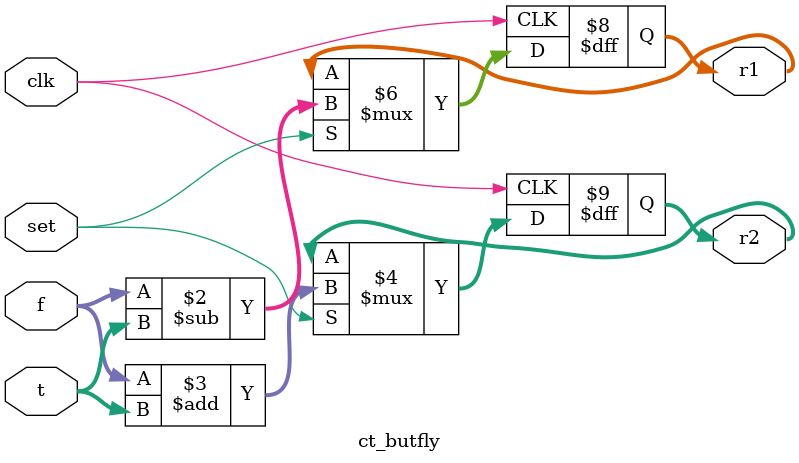
<source format=v>
module ct_butfly(
  input clk,
  input set,
  input wire signed [15:0] f, // my own naming is going to come back and bite me for sure
  input wire signed [15:0] t, // t = zeta*f[j+len]
  output reg signed [15:0] r1, // = f[j+len]
  output reg signed [15:0] r2 // = f[j]
);

always @(posedge clk) begin
  if(set) begin
    r1 <= f - t;
    r2 <= f + t;
  end
end

endmodule
</source>
